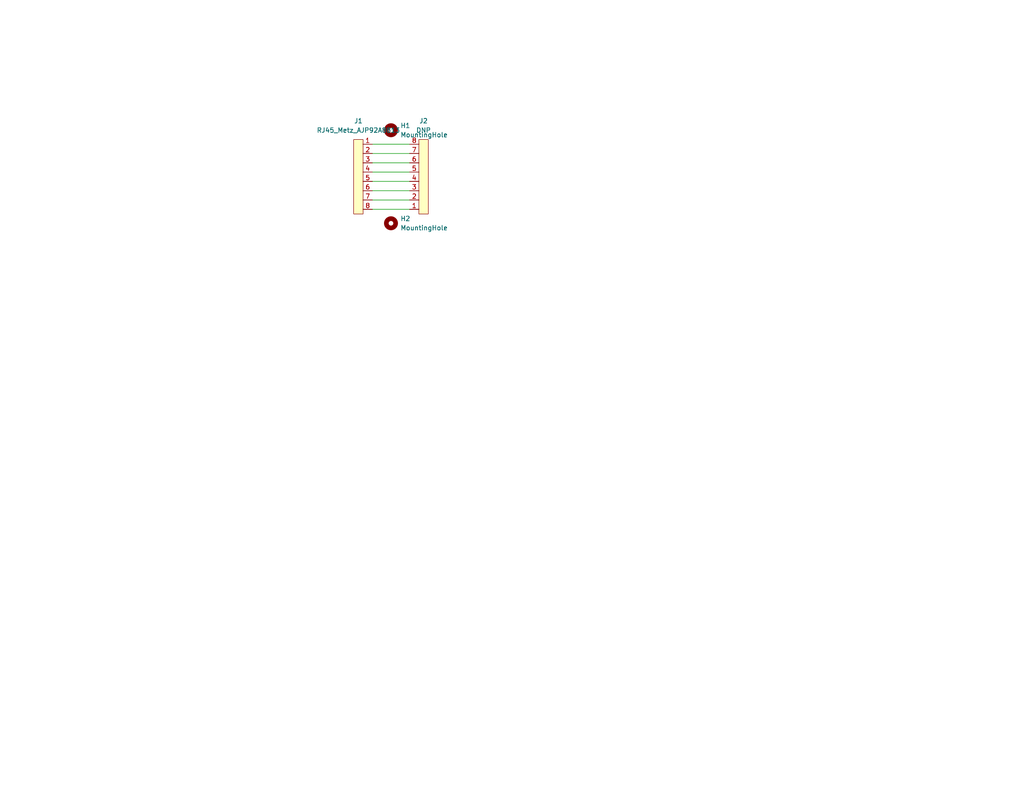
<source format=kicad_sch>
(kicad_sch (version 20211123) (generator eeschema)
  (paper "USLetter")
  (lib_symbols
    (symbol "Connector:RJ45_Metz_AJP92A8813"
      (property "Reference" "J" (at -1.27 1.27 0))
      (property "Value" "RJ45_Metz_AJP92A8813" (at 13.97 1.27 0))
      (symbol "RJ45_Metz_AJP92A8813_0_1"
        (rectangle (start -1.27 0) (end 1.27 -20.32) (fill (type background)))
      )
      (symbol "RJ45_Metz_AJP92A8813_1_1"
        (pin passive line (at -3.81 -1.27 0) (length 2.54) (name "") (number "1"))
        (pin passive line (at -3.81 -3.81 0) (length 2.54) (name "") (number "2"))
        (pin passive line (at -3.81 -6.35 0) (length 2.54) (name "") (number "3"))
        (pin passive line (at -3.81 -8.89 0) (length 2.54) (name "") (number "4"))
        (pin passive line (at -3.81 -11.43 0) (length 2.54) (name "") (number "5"))
        (pin passive line (at -3.81 -13.97 0) (length 2.54) (name "") (number "6"))
        (pin passive line (at -3.81 -16.51 0) (length 2.54) (name "") (number "7"))
        (pin passive line (at -3.81 -19.05 0) (length 2.54) (name "") (number "8"))
      )
    )
    (symbol "Mechanical:MountingHole" (pin_names (offset 1.016))
      (property "Reference" "H" (at 0 5.08 0))
      (property "Value" "MountingHole" (at 0 3.175 0))
      (symbol "MountingHole_0_1"
        (circle (center 0 0) (radius 1.27) (stroke (width 1.27)))
      )
    )
  )
  (wire (pts (xy 101.6 52.07) (xy 111.76 52.07)))
  (wire (pts (xy 101.6 54.61) (xy 111.76 54.61)))
  (wire (pts (xy 101.6 44.45) (xy 111.76 44.45)))
  (wire (pts (xy 101.6 41.91) (xy 111.76 41.91)))
  (wire (pts (xy 101.6 46.99) (xy 111.76 46.99)))
  (wire (pts (xy 101.6 49.53) (xy 111.76 49.53)))
  (wire (pts (xy 101.6 39.37) (xy 111.76 39.37)))
  (wire (pts (xy 101.6 57.15) (xy 111.76 57.15)))
  (symbol (lib_id "Mechanical:MountingHole") (at 106.68 60.96 0) (unit 1)
    (property "Reference" "H2" (at 109.22 59.6899 0) (effects (justify left)))
    (property "Value" "MountingHole" (at 109.22 62.2299 0) (effects (justify left)))
    (property "Footprint" "MountingHole:MountingHole_2.2mm_M2" (effects hide))
  )
  (symbol (lib_id "Mechanical:MountingHole") (at 106.68 35.56 0) (unit 1)
    (property "Reference" "H1" (at 109.22 34.2899 0) (effects (justify left)))
    (property "Value" "MountingHole" (at 109.22 36.8299 0) (effects (justify left)))
    (property "Footprint" "MountingHole:MountingHole_2.2mm_M2" (effects hide))
  )
  (symbol (lib_id "Connector:RJ45_Metz_AJP92A8813") (at 115.57 58.42 0) (mirror x) (unit 1)
    (property "Reference" "J2" (at 115.57 33.02 0))
    (property "Value" "DNP" (at 115.57 35.56 0))
    (property "Footprint" "Connector_RJ:RJ45_Metz_AJP92A8813_Plug_Vertical" (effects hide))
    (property "Datasheet" "https://www.metz-connect.com/externalfiles/AJP92A8813/943733.PDF" (effects hide))
  )
  (symbol (lib_id "Connector:RJ45_Metz_AJP92A8813") (at 97.79 38.1 0) (mirror y) (unit 1)
    (property "Reference" "J1" (at 97.79 33.02 0))
    (property "Value" "RJ45_Metz_AJP92A8813" (at 97.79 35.56 0))
    (property "Footprint" "Connector_RJ:RJ45_Metz_AJP92A8813_Plug_Vertical" (effects hide))
    (property "Datasheet" "https://www.metz-connect.com/externalfiles/AJP92A8813/943733.PDF" (effects hide))
  )
)
</source>
